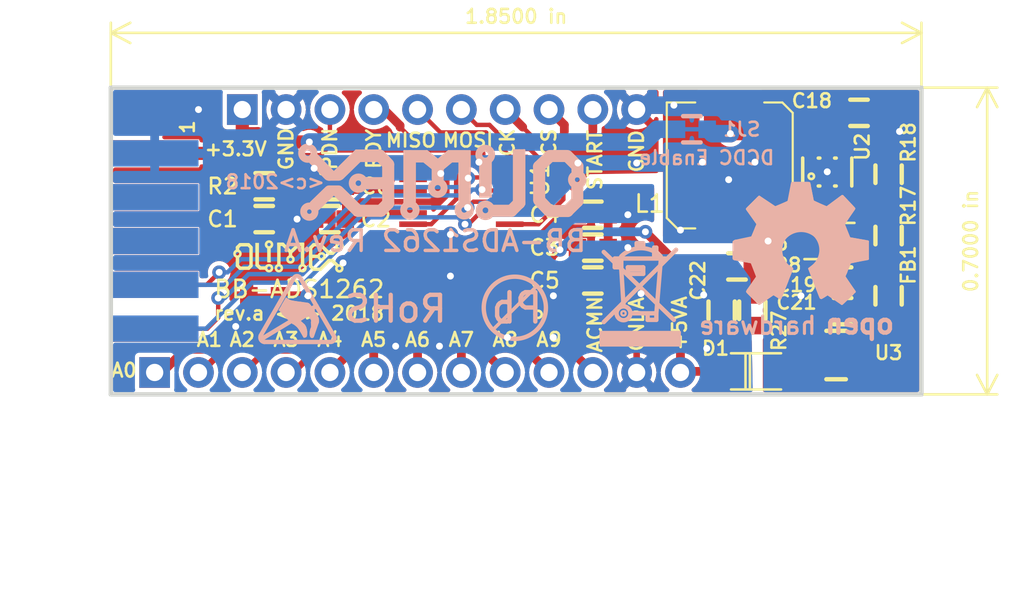
<source format=kicad_pcb>
(kicad_pcb (version 20221018) (generator pcbnew)
  (layers (0 "F.Cu" signal) (31 "B.Cu" signal) (34 "B.Paste" user) (35 "F.Paste" user) (36 "B.SilkS" user "B.Silkscreen") (37 "F.SilkS" user "F.Silkscreen") (38 "B.Mask" user) (39 "F.Mask" user) (44 "Edge.Cuts" user))
  (net 0 "")
  (net 1 "+3.3VD")
  (net 2 "GNDD")
  (net 3 "+5VA")
  (net 4 "Net-(C4-Pad1)")
  (net 5 "GNDA")
  (net 6 "Net-(C5-Pad1)")
  (net 7 "Net-(C5-Pad2)")
  (net 8 "Net-(C6-Pad1)")
  (net 9 "/AINCOM")
  (net 10 "/AIN9")
  (net 11 "/AIN8")
  (net 12 "/AIN6")
  (net 13 "/AIN7")
  (net 14 "/AIN5")
  (net 15 "/AIN4")
  (net 16 "/AIN0")
  (net 17 "/AIN1")
  (net 18 "/AIN2")
  (net 19 "/AIN3")
  (net 20 "/START")
  (net 21 "/CS#")
  (net 22 "/MOSI")
  (net 23 "/SCK")
  (net 24 "/MISO")
  (net 25 "/DRDY#")
  (net 26 "/PWDN#")
  (net 27 "Net-(CON3-Pad4)")
  (net 28 "Net-(U1-Pad16)")
  (net 29 "Net-(C18-Pad1)")
  (net 30 "Net-(C19-Pad1)")
  (net 31 "Net-(C21-Pad1)")
  (net 32 "Net-(CON3-Pad6)")
  (net 33 "Net-(CON3-Pad5)")
  (net 34 "Net-(CON3-Pad3)")
  (net 35 "Net-(D1-Pad2)")
  (net 36 "Net-(D3-Pad2)")
  (net 37 "Net-(R17-Pad2)")
  (net 38 "Net-(R27-Pad2)")
  (net 39 "Net-(U2-Pad6)")
  (footprint "OLIMEX_Other-FP:via_09_07" (layer "F.Cu") (at 74.295 55.499)
    (fp_text reference "Ref**" hide)
    (fp_text value "Val**")
  )
  (footprint "OLIMEX_Other-FP:via_09_07" (layer "F.Cu") (at 74.295 57.912)
    (fp_text reference "Ref**" hide)
    (fp_text value "Val**")
  )
  (footprint "OLIMEX_Other-FP:via_09_07" (layer "F.Cu") (at 77.597 61.468)
    (fp_text reference "Ref**" hide)
    (fp_text value "Val**")
  )
  (footprint "OLIMEX_Other-FP:via_09_07" (layer "F.Cu") (at 80.264 61.468)
    (fp_text reference "Ref**" hide)
    (fp_text value "Val**")
  )
  (footprint "OLIMEX_Other-FP:via_09_07" (layer "F.Cu") (at 68.072 57.15)
    (fp_text reference "Ref**" hide)
    (fp_text value "Val**")
  )
  (footprint "OLIMEX_Other-FP:via_09_07" (layer "F.Cu") (at 66.04 59.055)
    (fp_text reference "Ref**" hide)
    (fp_text value "Val**")
  )
  (footprint "OLIMEX_Other-FP:via_09_07" (layer "F.Cu") (at 61.849 60.833)
    (fp_text reference "Ref**" hide)
    (fp_text value "Val**")
  )
  (footprint "OLIMEX_Other-FP:via_09_07" (layer "F.Cu") (at 75.946 51.308)
    (fp_text reference "Ref**" hide)
    (fp_text value "Val**")
  )
  (footprint "OLIMEX_Other-FP:via_09_07" (layer "F.Cu") (at 65.405 54.61)
    (fp_text reference "Ref**" hide)
    (fp_text value "Val**")
  )
  (footprint "OLIMEX_Other-FP:via_09_07" (layer "F.Cu") (at 73.7362 51.9684)
    (fp_text reference "Ref**" hide)
    (fp_text value "Val**")
  )
  (footprint "OLIMEX_Other-FP:via_09_07" (layer "F.Cu") (at 59.69 48.26)
    (fp_text reference "Ref**" hide)
    (fp_text value "Val**")
  )
  (footprint "OLIMEX_Other-FP:via_09_07" (layer "F.Cu") (at 73.66 61.976)
    (fp_text reference "Ref**" hide)
    (fp_text value "Val**")
  )
  (footprint "OLIMEX_Other-FP:via_09_07" (layer "F.Cu") (at 71.12 61.976)
    (fp_text reference "Ref**" hide)
    (fp_text value "Val**")
  )
  (footprint "OLIMEX_LOGOs-FP:OLIMEX_LOGO_SMALL_TB" (layer "F.Cu") (at 64.897 56.769)
    (fp_text reference "")
    (fp_text value "")
  )
  (footprint "OLIMEX_Other-FP:via_09_07" (layer "F.Cu") (at 66.3956 51.6636)
    (fp_text reference "Ref**" hide)
    (fp_text value "Val**")
  )
  (footprint "OLIMEX_Other-FP:via_09_07" (layer "F.Cu") (at 80.264 59.055)
    (fp_text reference "Ref**" hide)
    (fp_text value "Val**")
  )
  (footprint "OLIMEX_Other-FP:via_09_07" (layer "F.Cu") (at 85.344 58.928)
    (fp_text reference "Ref**" hide)
    (fp_text value "Val**")
  )
  (footprint "OLIMEX_Other-FP:via_09_07" (layer "F.Cu") (at 84.582 56.261)
    (fp_text reference "Ref**" hide)
    (fp_text value "Val**")
  )
  (footprint "OLIMEX_Other-FP:via_09_07" (layer "F.Cu") (at 84.582 54.356)
    (fp_text reference "Ref**" hide)
    (fp_text value "Val**")
  )
  (footprint "OLIMEX_RLC-FP:C_0603_5MIL_DWS" (layer "F.Cu") (at 82.55 56.261)
    (fp_text reference "C3")
    (fp_text value "100nF")
  )
  (footprint "OLIMEX_RLC-FP:C_0603_5MIL_DWS" (layer "F.Cu") (at 82.55 54.356)
    (fp_text reference "C4")
    (fp_text value "1uF")
  )
  (footprint "OLIMEX_RLC-FP:C_0603_5MIL_DWS" (layer "F.Cu") (at 82.55 58.166)
    (fp_text reference "C5")
    (fp_text value "4.7nF")
  )
  (footprint "OLIMEX_RLC-FP:C_0603_5MIL_DWS" (layer "F.Cu") (at 67.31 52.705 180)
    (fp_text reference "C6")
    (fp_text value "1uF")
  )
  (footprint "OLIMEX_RLC-FP:C_0603_5MIL_DWS" (layer "F.Cu") (at 63.5 54.61)
    (fp_text reference "C1")
    (fp_text value "100nF")
  )
  (footprint "OLIMEX_RLC-FP:C_0603_5MIL_DWS" (layer "F.Cu") (at 67.31 54.61 180)
    (fp_text reference "C2")
    (fp_text value "100nF")
  )
  (footprint "OLIMEX_Connectors-FP:HN1x13" (layer "F.Cu") (at 73.66 63.5)
    (fp_text reference "CON1" hide)
    (fp_text value "CON14")
  )
  (footprint "OLIMEX_Connectors-FP:HN1x10" (layer "F.Cu") (at 73.66 48.26)
    (fp_text reference "CON2" hide)
    (fp_text value "CON10")
  )
  (footprint "OLIMEX_Connectors-FP:UEXTF" (layer "F.Cu") (at 52.07 55.88)
    (fp_text reference "CON3" hide)
    (fp_text value "BH10S")
  )
  (footprint "OLIMEX_RLC-FP:R_0603_5MIL_0R(Board_Mounted)" (layer "F.Cu") (at 63.5 59.055 180)
    (fp_text reference "R1" hide)
    (fp_text value "0R")
  )
  (footprint "OLIMEX_RLC-FP:R_0603_5MIL_DWS" (layer "F.Cu") (at 63.5 52.705)
    (fp_text reference "R2")
    (fp_text value "1K")
  )
  (footprint "OLIMEX_IC-FP:TSSOP28-PW" (layer "F.Cu") (at 74.93 55.88 180)
    (fp_text reference "U1")
    (fp_text value "ADS1262")
  )
  (footprint "OLIMEX_Other-FP:Fiducial1x3_transp" (layer "F.Cu") (at 56.769 48.514)
    (fp_text reference "Ref*" hide)
    (fp_text value "Val**" hide)
  )
  (footprint "OLIMEX_Other-FP:via_09_07" (layer "F.Cu") (at 89.154 62.103)
    (fp_text reference "Ref**" hide)
    (fp_text value "Val**")
  )
  (footprint "OLIMEX_RLC-FP:C_0603_5MIL_DWS" (layer "F.Cu") (at 97.9805 48.4505)
    (fp_text reference "C18")
    (fp_text value "22uF/6.3V")
  )
  (footprint "OLIMEX_RLC-FP:C_0603_5MIL_DWS" (layer "F.Cu") (at 97.028 58.166 180)
    (fp_text reference "C19")
    (fp_text value "22uF/10V")
  )
  (footprint "OLIMEX_RLC-FP:C_0603_5MIL_DWS" (layer "F.Cu") (at 97.028 59.944 180)
    (fp_text reference "C21")
    (fp_text value "1uF")
  )
  (footprint "OLIMEX_RLC-FP:C_0603_5MIL_DWS" (layer "F.Cu") (at 90.0176 59.8932 90)
    (fp_text reference "C22")
    (fp_text value "1uF")
  )
  (footprint "OLIMEX_Diodes-FP:SOD-123_KA" (layer "F.Cu") (at 92.0115 63.4365)
    (fp_text reference "D1")
    (fp_text value "1N5819/SS14")
  )
  (footprint "OLIMEX_Diodes-FP:SOD-123_KA" (layer "F.Cu") (at 96.266 55.88 180)
    (fp_text reference "D3")
    (fp_text value "1N5819/SS14")
  )
  (footprint "OLIMEX_RLC-FP:L_0603_5MIL_DWS" (layer "F.Cu") (at 99.695 59.055 -90)
    (fp_text reference "FB1")
    (fp_text value "FB0603")
  )
  (footprint "OLIMEX_RLC-FP:SD73" (layer "F.Cu") (at 90.4875 51.4985)
    (fp_text reference "L1")
    (fp_text value "CL10 10uH SD73" hide)
  )
  (footprint "OLIMEX_RLC-FP:R_0603_5MIL_DWS" (layer "F.Cu") (at 99.695 55.5625 90)
    (fp_text reference "R17")
    (fp_text value "12.1K_1%")
  )
  (footprint "OLIMEX_RLC-FP:R_0603_5MIL_DWS" (layer "F.Cu") (at 99.695 52.0065 90)
    (fp_text reference "R18")
    (fp_text value "1.05K_1%")
  )
  (footprint "OLIMEX_RLC-FP:R_0603_5MIL_DWS" (layer "F.Cu") (at 91.7956 59.8932 90)
    (fp_text reference "R27")
    (fp_text value "5.6K_1%")
  )
  (footprint "OLIMEX_RLC-FP:R_0603_5MIL_DWS" (layer "F.Cu") (at 90.9066 57.3532 180)
    (fp_text reference "R28")
    (fp_text value "1.05K_1%")
  )
  (footprint "OLIMEX_Regulators-FP:SOT23-6" (layer "F.Cu") (at 96.139 51.8795 -90)
    (fp_text reference "U2")
    (fp_text value "MT3608(SOT23-6)")
  )
  (footprint "OLIMEX_Regulators-FP:SOT-23-5" (layer "F.Cu") (at 96.647 62.484)
    (fp_text reference "U3")
    (fp_text value "AP2127K-ADJ")
  )
  (footprint "OLIMEX_Other-FP:via_09_07" (layer "F.Cu") (at 85.09 51.3588)
    (fp_text reference "Ref**" hide)
    (fp_text value "Val**")
  )
  (footprint "OLIMEX_Other-FP:via_09_07" (layer "F.Cu") (at 81.6864 51.3588)
    (fp_text reference "Ref**" hide)
    (fp_text value "Val**")
  )
  (footprint "OLIMEX_Other-FP:via_09_07" (layer "F.Cu") (at 66.1162 50.1396)
    (fp_text reference "Ref**" hide)
    (fp_text value "Val**")
  )
  (footprint "OLIMEX_Other-FP:via_09_07" (layer "F.Cu") (at 88.9762 59.0042)
    (fp_text reference "Ref**" hide)
    (fp_text value "Val**")
  )
  (footprint "OLIMEX_Other-FP:via_09_07" (layer "F.Cu") (at 96.139 51.8668)
    (fp_text reference "Ref**" hide)
    (fp_text value "Val**")
  )
  (footprint "OLIMEX_Other-FP:via_09_07" (layer "F.Cu") (at 88.9 51.308)
    (fp_text reference "Ref**" hide)
    (fp_text value "Val**")
  )
  (footprint "OLIMEX_Other-FP:via_09_07" (layer "F.Cu") (at 91.948 51.308)
    (fp_text reference "Ref**" hide)
    (fp_text value "Val**")
  )
  (footprint "OLIMEX_Other-FP:via_09_07" (layer "F.Cu") (at 90.424 52.324)
    (fp_text reference "Ref**" hide)
    (fp_text value "Val**")
  )
  (footprint "OLIMEX_Other-FP:via_09_07" (layer "F.Cu") (at 100.33 49.53)
    (fp_text reference "Ref**" hide)
    (fp_text value "Val**")
  )
  (footprint "OLIMEX_Other-FP:via_09_07" (layer "F.Cu") (at 94.615 59.055)
    (fp_text reference "Ref**" hide)
    (fp_text value "Val**")
  )
  (footprint "OLIMEX_Other-FP:via_09_07" (layer "F.Cu") (at 92.71 55.88)
    (fp_text reference "Ref**" hide)
    (fp_text value "Val**")
  )
  (footprint "OLIMEX_Other-FP:via_09_07" (layer "F.Cu") (at 87.63 55.245)
    (fp_text reference "Ref**" hide)
    (fp_text value "Val**")
  )
  (footprint "OLIMEX_Other-FP:via_09_07" (layer "F.Cu") (at 87.249 48.006)
    (fp_text reference "Ref**" hide)
    (fp_text value "Val**")
  )
  (footprint "OLIMEX_LOGOs-FP:LOGO_ANTISTATIC_SMALL_4.5mmX2.8mm" (layer "B.Cu") (at 65.405 59.817 180)
    (fp_text reference "Ref**")
    (fp_text value "Val**")
  )
  (footprint "OLIMEX_LOGOs-FP:LOGO_PBFREE" (layer "B.Cu") (at 78.232 59.436)
    (fp_text reference "")
    (fp_text value "")
  )
  (footprint "OLIMEX_LOGOs-FP:LOGO_RECYCLEBIN_1" (layer "B.Cu") (at 87.63 61.976 180)
    (fp_text reference "" hide)
    (fp_text value "" hide)
  )
  (footprint "OLIMEX_LOGOs-FP:OLIMEX_LOGO_TB" (layer "B.Cu") (at 73.66 52.451 180)
    (fp_text reference "" hide)
    (fp_text value "" hide)
  )
  (footprint "OLIMEX_LOGOs-FP:LOGO_OPENHARDWARE_8x8" (layer "B.Cu") (at 94.615 56.515 180)
    (fp_text reference "" hide)
    (fp_text value "" hide)
  )
  (footprint "OLIMEX_RLC-FP:R_0603_5MIL_0R(Board_Mounted)" (layer "B.Cu") (at 88.2904 49.403)
    (fp_text reference "SJ1")
    (fp_text value "SJ_Closed")
  )
  (gr_line (start 54.61 46.99) (end 101.6 46.99) (stroke (width 0.254)) (layer "Edge.Cuts"))
  (gr_line (start 101.6 64.77) (end 54.61 64.77) (stroke (width 0.254)) (layer "Edge.Cuts"))
  (gr_line (start 101.6 46.99) (end 101.6 64.77) (stroke (width 0.254)) (layer "Edge.Cuts"))
  (gr_line (start 54.61 64.77) (end 54.61 46.99) (stroke (width 0.254)) (layer "Edge.Cuts"))
  (gr_text "DCDC Enable" (at 89.154 51.054) (layer "B.SilkS") (effects (font (size 0.8 0.8)) (justify mirror)))
  (gr_text "RoHS" (at 71.12 59.817) (layer "B.SilkS") (effects (font (size 1.5 1.5) (thickness 0.25)) (justify mirror)))
  (gr_text "<c>2018" (at 64.135 52.451) (layer "B.SilkS") (effects (font (size 0.8 0.8)) (justify mirror)))
  (gr_text "BB-ADS1262 Rev.A" (at 73.406 55.88) (layer "B.SilkS") (effects (font (size 1.2 1.2) (thickness 0.2)) (justify mirror)))
  (gr_text "MISO" (at 72.009 50.038) (layer "F.SilkS") (effects (font (size 0.8 0.8))))
  (gr_text "GNDA" (at 85.09 60.706 90) (layer "F.SilkS") (effects (font (size 0.8 0.8))))
  (gr_text "GND" (at 85.09 50.673 90) (layer "F.SilkS") (effects (font (size 0.8 0.8))))
  (gr_text "A6" (at 72.39 61.595) (layer "F.SilkS") (effects (font (size 0.8 0.8))))
  (gr_text "A5" (at 69.85 61.595) (layer "F.SilkS") (effects (font (size 0.8 0.8))))
  (gr_text "rev.a <c> 2018" (at 65.532 60.071) (layer "F.SilkS") (effects (font (size 0.8 0.8))))
  (gr_text "+3.3V" (at 61.849 50.546) (layer "F.SilkS") (effects (font (size 0.8 0.8))))
  (gr_text "ACMN" (at 82.677 60.706 90) (layer "F.SilkS") (effects (font (size 0.8 0.8))))
  (gr_text "+5VA" (at 87.5792 60.6552 90) (layer "F.SilkS") (effects (font (size 0.8 0.8))))
  (gr_text "GND" (at 64.77 50.546 90) (layer "F.SilkS") (effects (font (size 0.8 0.8))))
  (gr_text "A8" (at 77.47 61.595) (layer "F.SilkS") (effects (font (size 0.8 0.8))))
  (gr_text "START" (at 82.677 51.181 90) (layer "F.SilkS") (effects (font (size 0.8 0.8))))
  (gr_text "A4" (at 67.31 61.595) (layer "F.SilkS") (effects (font (size 0.8 0.8))))
  (gr_text "MOSI" (at 75.311 50.038) (layer "F.SilkS") (effects (font (size 0.8 0.8))))
  (gr_text "A2" (at 62.23 61.595) (layer "F.SilkS") (effects (font (size 0.8 0.8))))
  (gr_text "CS" (at 80.01 50.165 90) (layer "F.SilkS") (effects (font (size 0.8 0.8))))
  (gr_text "1" (at 59.055 49.276 90) (layer "F.SilkS") (effects (font (size 0.8 0.8))))
  (gr_text "A7" (at 74.93 61.595) (layer "F.SilkS") (effects (font (size 0.8 0.8))))
  (gr_text "PDN" (at 67.31 50.546 90) (layer "F.SilkS") (effects (font (size 0.8 0.8))))
  (gr_text "BB-ADS1262" (at 65.532 58.674) (layer "F.SilkS") (effects (font (size 1 1))))
  (gr_text "A1" (at 60.325 61.595) (layer "F.SilkS") (effects (font (size 0.8 0.8))))
  (gr_text "A3" (at 64.77 61.595) (layer "F.SilkS") (effects (font (size 0.8 0.8))))
  (gr_text "CK" (at 77.597 50.165 90) (layer "F.SilkS") (effects (font (size 0.8 0.8))))
  (gr_text "RDY" (at 69.85 50.546 90) (layer "F.SilkS") (effects (font (size 0.8 0.8))))
  (gr_text "A0" (at 55.372 63.373) (layer "F.SilkS") (effects (font (size 0.8 0.8))))
  (gr_text "A9" (at 80.01 61.595) (layer "F.SilkS") (effects (font (size 0.8 0.8))))
  (dimension (type aligned) (layer "F.SilkS") (pts (xy 101.6 64.77) (xy 101.6 46.99)) (height 3.81) (gr_text "0.7000 in" (at 104.46 55.88 90) (layer "F.SilkS") (effects (font (size 0.8 0.8) (thickness 0.15)))) (format (prefix "") (suffix "") (units 0) (units_format 1) (precision 4)) (style (thickness 0.15) (arrow_length 1.27) (text_position_mode 0) (extension_height 0.58642) (extension_offset 0) keep_text_aligned))
  (dimension (type aligned) (layer "F.SilkS") (pts (xy 101.6 46.99) (xy 54.61 46.99)) (height 3.175) (gr_text "1.8500 in" (at 78.105 42.865) (layer "F.SilkS") (effects (font (size 0.8 0.8) (thickness 0.15)))) (format (prefix "") (suffix "") (units 0) (units_format 1) (precision 4)) (style (thickness 0.15) (arrow_length 1.27) (text_position_mode 0) (extension_height 0.58642) (extension_offset 0) keep_text_aligned))
  (segment (start 62.611 53.721) (end 62.611 54.61) (width 0.508) (layer "F.Cu") (net 1))
  (segment (start 62.23 49.657) (end 62.23 48.26) (width 0.762) (layer "F.Cu") (net 1))
  (segment (start 68.199 54.61) (end 68.199 53.721) (width 0.381) (layer "F.Cu") (net 1))
  (segment (start 72.13 54.255) (end 69.57 54.255) (width 0.381) (layer "F.Cu") (net 1))
  (segment (start 62.738 53.594) (end 62.611 53.721) (width 0.381) (layer "F.Cu") (net 1))
  (segment (start 61.849 50.038) (end 61.849 50.8) (width 0.762) (layer "F.Cu") (net 1))
  (segment (start 63.600204 50.1396) (end 66.1162 50.1396) (width 0.762) (layer "F.Cu") (net 1))
  (segment (start 62.23 49.657) (end 61.849 50.038) (width 0.762) (layer "F.Cu") (net 1))
  (segment (start 61.849 50.8) (end 62.611 51.562) (width 0.508) (layer "F.Cu") (net 1))
  (segment (start 63.117604 49.657) (end 62.23 49.657) (width 0.762) (layer "F.Cu") (net 1))
  (segment (start 68.072 53.594) (end 62.738 53.594) (width 0.381) (layer "F.Cu") (net 1))
  (segment (start 69.57 54.255) (end 69.215 54.61) (width 0.381) (layer "F.Cu") (net 1))
  (segment (start 62.611 51.562) (end 62.611 52.705) (width 0.508) (layer "F.Cu") (net 1))
  (segment (start 63.600204 50.1396) (end 63.117604 49.657) (width 0.762) (layer "F.Cu") (net 1))
  (segment (start 69.215 54.61) (end 68.199 54.61) (width 0.381) (layer "F.Cu") (net 1))
  (segment (start 68.199 53.721) (end 68.072 53.594) (width 0.381) (layer "F.Cu") (net 1))
  (segment (start 62.611 52.705) (end 62.611 53.721) (width 0.508) (layer "F.Cu") (net 1))
  (segment (start 61.849 50.8) (end 57.15 50.8) (width 0.762) (layer "F.Cu") (net 1))
  (segment (start 86.277706 49.403) (end 85.541106 50.1396) (width 1.016) (layer "B.Cu") (net 1))
  (segment (start 87.249 49.403) (end 86.277706 49.403) (width 1.016) (layer "B.Cu") (net 1))
  (segment (start 85.541106 50.1396) (end 66.1162 50.1396) (width 1.016) (layer "B.Cu") (net 1))
  (segment (start 64.389 54.61) (end 64.389 56.515) (width 0.508) (layer "F.Cu") (net 2))
  (segment (start 73.311 51.655) (end 73.66 52.004) (width 0.381) (layer "F.Cu") (net 2))
  (segment (start 98.8695 51.0794) (end 98.9076 51.1175) (width 0.508) (layer "F.Cu") (net 2))
  (segment (start 98.2218 51.8668) (end 98.2218 51.3207) (width 0.762) (layer "F.Cu") (net 2))
  (segment (start 73.152 53.594) (end 73.141 53.605) (width 0.381) (layer "F.Cu") (net 2))
  (segment (start 98.425 51.1175) (end 98.9076 51.1175) (width 0.762) (layer "F.Cu") (net 2))
  (segment (start 96.139 54.356) (end 96.139 58.166) (width 0.762) (layer "F.Cu") (net 2))
  (segment (start 96.6978 60.5028) (end 96.139 59.944) (width 0.762) (layer "F.Cu") (net 2))
  (segment (start 88.8492 51.3588) (end 88.9 51.308) (width 1.016) (layer "F.Cu") (net 2))
  (segment (start 96.139 51.8668) (end 94.0562 51.8668) (width 0.762) (layer "F.Cu") (net 2))
  (segment (start 97.947 62.484) (end 96.9518 62.484) (width 0.508) (layer "F.Cu") (net 2))
  (segment (start 96.139 53.1796) (end 96.139 51.8668) (width 0.508) (layer "F.Cu") (net 2))
  (segment (start 98.2218 51.3207) (end 98.425 51.1175) (width 0.762) (layer "F.Cu") (net 2))
  (segment (start 72.13 51.655) (end 72.096 51.689) (width 0.381) (layer "F.Cu") (net 2))
  (segment (start 64.389 56.515) (end 64.389 57.531) (width 0.508) (layer "F.Cu") (net 2))
  (segment (start 96.139 51.8668) (end 98.2218 51.8668) (width 0.762) (layer "F.Cu") (net 2))
  (segment (start 98.9076 51.1175) (end 99.695 51.1175) (width 0.762) (layer "F.Cu") (net 2))
  (segment (start 85.344 48.006) (end 85.09 48.26) (width 1.016) (layer "F.Cu") (net 2))
  (segment (start 96.9518 62.484) (end 96.6978 62.23) (width 0.762) (layer "F.Cu") (net 2))
  (segment (start 66.421 52.705) (end 66.421 51.689) (width 0.508) (layer "F.Cu") (net 2))
  (segment (start 64.389 57.531) (end 64.262 57.658) (width 0.508) (layer "F.Cu") (net 2))
  (segment (start 72.096 51.689) (end 66.421 51.689) (width 0.381) (layer "F.Cu") (net 2))
  (segment (start 73.66 52.004) (end 73.66 53.594) (width 0.381) (layer "F.Cu") (net 2))
  (segment (start 73.66 53.594) (end 73.152 53.594) (width 0.381) (layer "F.Cu") (net 2))
  (segment (start 98.8695 48.4505) (end 98.8695 51.0794) (width 0.508) (layer "F.Cu") (net 2))
  (segment (start 72.13 51.655) (end 73.311 51.655) (width 0.381) (layer "F.Cu") (net 2))
  (segment (start 62.992 57.658) (end 62.611 58.039) (width 0.508) (layer "F.Cu") (net 2))
  (segment (start 64.262 57.658) (end 62.992 57.658) (width 0.508) (layer "F.Cu") (net 2))
  (segment (start 73.141 53.605) (end 72.13 53.605) (width 0.381) (layer "F.Cu") (net 2))
  (segment (start 81.6864 51.3588) (end 85.09 51.3588) (width 1.016) (layer "F.Cu") (net 2))
  (segment (start 62.611 58.039) (end 62.611 59.055) (width 0.508) (layer "F.Cu") (net 2))
  (segment (start 96.6978 62.23) (end 96.6978 60.5028) (width 0.762) (layer "F.Cu") (net 2))
  (segment (start 96.139 58.166) (end 96.139 59.944) (width 0.762) (layer "F.Cu") (net 2))
  (segment (start 85.09 51.3588) (end 88.8492 51.3588) (width 1.016) (layer "F.Cu") (net 2))
  (segment (start 87.249 48.006) (end 85.344 48.006) (width 1.016) (layer "F.Cu") (net 2))
  (segment (start 96.139 53.1796) (end 96.139 54.356) (width 0.508) (layer "F.Cu") (net 2))
  (segment (start 64.389 54.61) (end 66.421 54.61) (width 0.508) (layer "F.Cu") (net 2))
  (segment (start 57.15 50.8) (end 62.23 50.8) (width 0.508) (layer "B.Cu") (net 2))
  (segment (start 87.249 48.006) (end 85.344 48.006) (width 1.016) (layer "B.Cu") (net 2))
  (segment (start 85.344 48.006) (end 85.09 48.26) (width 1.016) (layer "B.Cu") (net 2))
  (segment (start 85.09 51.3588) (end 88.8492 51.3588) (width 1.016) (layer "B.Cu") (net 2))
  (segment (start 88.8492 51.3588) (end 88.9 51.308) (width 1.016) (layer "B.Cu") (net 2))
  (segment (start 63.881001 49.148999) (end 64.77 48.26) (width 0.508) (layer "B.Cu") (net 2))
  (segment (start 62.23 50.8) (end 63.881001 49.148999) (width 0.508) (layer "B.Cu") (net 2))
  (segment (start 80.2288 56.8042) (end 80.772 56.261) (width 0.381) (layer "F.Cu") (net 3))
  (segment (start 90.0176 60.7822) (end 87.6554 60.7822) (width 0.508) (layer "F.Cu") (net 3))
  (segment (start 87.63 63.5) (end 87.63 60.8076) (width 0.508) (layer "F.Cu") (net 3))
  (segment (start 80.178 56.855) (end 80.245001 56.787999) (width 0.381) (layer "F.Cu") (net 3))
  (segment (start 80.2288 56.855) (end 80.2288 56.8042) (width 0.381) (layer "F.Cu") (net 3))
  (segment (start 80.245001 56.787999) (end 80.645 56.388) (width 0.381) (layer "F.Cu") (net 3))
  (segment (start 87.6935 63.4365) (end 87.63 63.5) (width 0.508) (layer "F.Cu") (net 3))
  (segment (start 90.3765 63.4365) (end 87.6935 63.4365) (width 0.508) (layer "F.Cu") (net 3))
  (segment (start 77.73 56.855) (end 80.2288 56.855) (width 0.381) (layer "F.Cu") (net 3))
  (segment (start 87.63 57.3786) (end 85.598 55.3466) (width 0.508) (layer "F.Cu") (net 3))
  (segment (start 87.6554 60.7822) (end 87.63 60.8076) (width 0.508) (layer "F.Cu") (net 3))
  (segment (start 87.63 60.8076) (end 87.63 57.3786) (width 0.508) (layer "F.Cu") (net 3))
  (segment (start 77.73 56.855) (end 80.178 56.855) (width 0.381) (layer "F.Cu") (net 3))
  (segment (start 80.772 56.261) (end 81.661 56.261) (width 0.381) (layer "F.Cu") (net 3))
  (segment (start 91.7956 60.7822) (end 90.0176 60.7822) (width 0.508) (layer "F.Cu") (net 3))
  (via (at 85.598 55.3466) (size 0.8) (drill 0.4) (layers "F.Cu" "B.Cu") (net 3))
  (via (at 80.645 56.388) (size 0.8) (drill 0.4) (layers "F.Cu" "B.Cu") (net 3))
  (segment (start 81.6864 55.3466) (end 80.645 56.388) (width 0.508) (layer "B.Cu") (net 3))
  (segment (start 85.598 55.3466) (end 81.6864 55.3466) (width 0.508) (layer "B.Cu") (net 3))
  (segment (start 79.486383 55.555) (end 80.685383 54.356) (width 0.381) (layer "F.Cu") (net 4))
  (segment (start 80.772 54.356) (end 81.661 54.356) (width 0.381) (layer "F.Cu") (net 4))
  (segment (start 80.685383 54.356) (end 80.772 54.356) (width 0.381) (layer "F.Cu") (net 4))
  (segment (start 77.73 55.555) (end 79.486383 55.555) (width 0.381) (layer "F.Cu") (net 4))
  (segment (start 83.439 56.261) (end 84.328 56.261) (width 0.381) (layer "F.Cu") (net 5))
  (segment (start 77.73 56.205) (end 79.658056 56.205) (width 0.381) (layer "F.Cu") (net 5))
  (segment (start 80.500557 55.362499) (end 83.429499 55.362499) (width 0.381) (layer "F.Cu") (net 5))
  (segment (start 90.0176 57.3532) (end 90.0176 59.0042) (width 0.508) (layer "F.Cu") (net 5))
  (segment (start 64.389 59.055) (end 64.389 60.198) (width 0.508) (layer "F.Cu") (net 5))
  (segment (start 85.09 57.023) (end 85.09 63.5) (width 0.381) (layer "F.Cu") (net 5))
  (segment (start 83.429499 55.362499) (end 83.439 55.372) (width 0.381) (layer "F.Cu") (net 5))
  (segment (start 83.439 54.356) (end 83.439 55.352998) (width 0.381) (layer "F.Cu") (net 5))
  (segment (start 79.658056 56.205) (end 80.500557 55.362499) (width 0.381) (layer "F.Cu") (net 5))
  (segment (start 84.328 56.261) (end 85.09 57.023) (width 0.381) (layer "F.Cu") (net 5))
  (segment (start 64.262 60.325) (end 62.357 60.325) (width 0.508) (layer "F.Cu") (net 5))
  (segment (start 64.389 59.055) (end 66.04 59.055) (width 0.508) (layer "F.Cu") (net 5))
  (segment (start 62.357 60.325) (end 61.849 60.833) (width 0.508) (layer "F.Cu") (net 5))
  (segment (start 83.439 55.372) (end 83.439 56.261) (width 0.381) (layer "F.Cu") (net 5))
  (segment (start 64.389 60.198) (end 64.262 60.325) (width 0.508) (layer "F.Cu") (net 5))
  (segment (start 83.439 55.352998) (end 83.429499 55.362499) (width 0.381) (layer "F.Cu") (net 5))
  (segment (start 77.73 58.155) (end 81.65 58.155) (width 0.254) (layer "F.Cu") (net 6))
  (segment (start 81.65 58.155) (end 81.661 58.166) (width 0.254) (layer "F.Cu") (net 6))
  (segment (start 83.365999 57.330999) (end 83.439 57.404) (width 0.254) (layer "F.Cu") (net 7))
  (segment (start 83.439 57.404) (end 83.439 58.166) (width 0.254) (layer "F.Cu") (net 7))
  (segment (start 77.73 57.505) (end 80.717398 57.505) (width 0.254) (layer "F.Cu") (net 7))
  (segment (start 80.717398 57.505) (end 80.891399 57.330999) (width 0.254) (layer "F.Cu") (net 7))
  (segment (start 80.891399 57.330999) (end 83.365999 57.330999) (width 0.254) (layer "F.Cu") (net 7))
  (segment (start 68.449 52.955) (end 68.199 52.705) (width 0.381) (layer "F.Cu") (net 8))
  (segment (start 72.13 52.955) (end 68.449 52.955) (width 0.381) (layer "F.Cu") (net 8))
  (segment (start 80.772 60.826038) (end 81.041001 61.095039) (width 0.254) (layer "F.Cu") (net 9))
  (segment (start 81.041001 61.095039) (end 81.041001 61.991001) (width 0.254) (layer "F.Cu") (net 9))
  (segment (start 82.55 63.5) (end 81.1784 62.1284) (width 0.508) (layer "F.Cu") (net 9))
  (segment (start 81.041001 61.991001) (end 81.1784 62.1284) (width 0.254) (layer "F.Cu") (net 9))
  (segment (start 78.776067 58.805) (end 80.772 60.800933) (width 0.254) (layer "F.Cu") (net 9))
  (segment (start 77.73 58.805) (end 78.776067 58.805) (width 0.254) (layer "F.Cu") (net 9))
  (segment (start 80.772 60.800933) (end 80.772 60.826038) (width 0.254) (layer "F.Cu") (net 9))
  (segment (start 77.73 59.455) (end 78.784 59.455) (width 0.254) (layer "F.Cu") (net 10))
  (segment (start 80.01 63.5) (end 78.8924 62.3824) (width 0.508) (layer "F.Cu") (net 10))
  (segment (start 78.784 59.455) (end 78.8924 59.5634) (width 0.254) (layer "F.Cu") (net 10))
  (segment (start 78.8924 59.5634) (end 78.8924 62.3824) (width 0.254) (layer "F.Cu") (net 10))
  (segment (start 77.73 60.105) (end 76.676 60.105) (width 0.254) (layer "F.Cu") (net 11))
  (segment (start 77.47 63.5) (end 76.581001 62.611001) (width 0.508) (layer "F.Cu") (net 11))
  (segment (start 76.676 60.105) (end 76.3016 60.4794) (width 0.254) (layer "F.Cu") (net 11))
  (segment (start 76.581001 62.611001) (end 76.3016 62.3316) (width 0.508) (layer "F.Cu") (net 11))
  (segment (start 76.3016 60.4794) (end 76.3016 62.3316) (width 0.254) (layer "F.Cu") (net 11))
  (segment (start 72.39 62.242765) (end 72.39 61.9506) (width 0.508) (layer "F.Cu") (net 12))
  (segment (start 71.002999 60.563599) (end 72.39 61.9506) (width 0.254) (layer "F.Cu") (net 12))
  (segment (start 71.002999 59.528001) (end 71.002999 60.563599) (width 0.254) (layer "F.Cu") (net 12))
  (segment (start 72.39 63.5) (end 72.39 62.242765) (width 0.508) (layer "F.Cu") (net 12))
  (segment (start 72.13 59.455) (end 71.076 59.455) (width 0.254) (layer "F.Cu") (net 12))
  (segment (start 71.076 59.455) (end 71.002999 59.528001) (width 0.254) (layer "F.Cu") (net 12))
  (segment (start 73.184 60.105) (end 74.93 61.851) (width 0.254) (layer "F.Cu") (net 13))
  (segment (start 74.93 63.5) (end 74.93 61.976) (width 0.508) (layer "F.Cu") (net 13))
  (segment (start 72.13 60.105) (end 73.184 60.105) (width 0.254) (layer "F.Cu") (net 13))
  (segment (start 74.93 61.851) (end 74.93 61.976) (width 0.254) (layer "F.Cu") (net 13))
  (segment (start 71.076 58.805) (end 69.85 60.031) (width 0.254) (layer "F.Cu") (net 14))
  (segment (start 69.85 63.5) (end 69.85 61.8998) (width 0.508) (layer "F.Cu") (net 14))
  (segment (start 69.85 60.031) (end 69.85 61.8998) (width 0.254) (layer "F.Cu") (net 14))
  (segment (start 72.13 58.805) (end 71.076 58.805) (width 0.254) (layer "F.Cu") (net 14))
  (segment (start 72.13 58.155) (end 71.083934 58.155) (width 0.254) (layer "F.Cu") (net 15))
  (segment (start 71.083934 58.155) (end 68.7578 60.481134) (width 0.254) (layer "F.Cu") (net 15))
  (segment (start 67.31 63.5) (end 68.7578 62.0522) (width 0.508) (layer "F.Cu") (net 15))
  (segment (start 68.7578 60.481134) (end 68.7578 62.0522) (width 0.254) (layer "F.Cu") (net 15))
  (segment (start 63.893319 61.357381) (end 63.088484 61.357382) (width 0.254) (layer "F.Cu") (net 16))
  (segment (start 65.255022 61.375978) (end 63.911916 61.375978) (width 0.254) (layer "F.Cu") (net 16))
  (segment (start 60.825933 61.722) (end 60.263934 62.283999) (width 0.254) (layer "F.Cu") (net 16))
  (segment (start 60.263934 62.283999) (end 58.797801 62.283999) (width 0.254) (layer "F.Cu") (net 16))
  (segment (start 71.076 55.555) (end 65.255022 61.375978) (width 0.254) (layer "F.Cu") (net 16))
  (segment (start 72.13 55.555) (end 71.076 55.555) (width 0.254) (layer "F.Cu") (net 16))
  (segment (start 57.15 63.5) (end 57.5818 63.5) (width 0.508) (layer "F.Cu") (net 16))
  (segment (start 57.5818 63.5) (end 58.792799 62.289001) (width 0.508) (layer "F.Cu") (net 16))
  (segment (start 58.797801 62.283999) (end 58.797801 62.289001) (width 0.254) (layer "F.Cu") (net 16))
  (segment (start 58.792799 62.289001) (end 58.797801 62.289001) (width 0.508) (layer "F.Cu") (net 16))
  (segment (start 63.088484 61.357382) (end 62.723866 61.722) (width 0.254) (layer "F.Cu") (net 16))
  (segment (start 63.911916 61.375978) (end 63.893319 61.357381) (width 0.254) (layer "F.Cu") (net 16))
  (segment (start 62.723866 61.722) (end 60.825933 61.722) (width 0.254) (layer "F.Cu") (net 16))
  (segment (start 59.69 63.5) (end 59.820199 63.5) (width 0.381) (layer "F.Cu") (net 17))
  (segment (start 59.820199 63.5) (end 60.9727 62.347499) (width 0.381) (layer "F.Cu") (net 17))
  (segment (start 71.076 56.205) (end 65.451011 61.829989) (width 0.254) (layer "F.Cu") (net 17))
  (segment (start 60.9727 62.347499) (end 61.2648 62.347499) (width 0.381) (layer "F.Cu") (net 17))
  (segment (start 63.705262 61.811392) (end 63.276542 61.811392) (width 0.254) (layer "F.Cu") (net 17))
  (segment (start 63.276542 61.811392) (end 62.911923 62.176011) (width 0.254) (layer "F.Cu") (net 17))
  (segment (start 63.723859 61.829989) (end 63.705262 61.811392) (width 0.254) (layer "F.Cu") (net 17))
  (segment (start 61.2648 62.347499) (end 60.906001 62.283999) (width 0.254) (layer "F.Cu") (net 17))
  (segment (start 72.13 56.205) (end 71.076 56.205) (width 0.254) (layer "F.Cu") (net 17))
  (segment (start 62.911923 62.176011) (end 61.436288 62.176011) (width 0.254) (layer "F.Cu") (net 17))
  (segment (start 61.436288 62.176011) (end 61.2648 62.347499) (width 0.254) (layer "F.Cu") (net 17))
  (segment (start 65.451011 61.829989) (end 63.723859 61.829989) (width 0.254) (layer "F.Cu") (net 17))
  (segment (start 62.319803 63.5) (end 63.446001 62.373801) (width 0.381) (layer "F.Cu") (net 18))
  (segment (start 65.647001 62.283999) (end 63.535803 62.283999) (width 0.254) (layer "F.Cu") (net 18))
  (segment (start 62.23 63.5) (end 62.319803 63.5) (width 0.381) (layer "F.Cu") (net 18))
  (segment (start 71.076 56.855) (end 65.647001 62.283999) (width 0.254) (layer "F.Cu") (net 18))
  (segment (start 63.535803 62.283999) (end 63.490902 62.3289) (width 0.254) (layer "F.Cu") (net 18))
  (segment (start 63.446001 62.373801) (end 63.490902 62.3289) (width 0.381) (layer "F.Cu") (net 18))
  (segment (start 63.490902 62.3289) (end 63.446001 62.283999) (width 0.254) (layer "F.Cu") (net 18))
  (segment (start 72.13 56.855) (end 71.076 56.855) (width 0.254) (layer "F.Cu") (net 18))
  (segment (start 71.076 57.505) (end 66.7004 61.8806) (width 0.254) (layer "F.Cu") (net 19))
  (segment (start 64.77 63.5) (end 65.1764 63.5) (width 0.381) (layer "F.Cu") (net 19))
  (segment (start 65.1764 63.5) (end 66.7004 61.976) (width 0.381) (layer "F.Cu") (net 19))
  (segment (start 66.7004 61.8806) (end 66.7004 61.976) (width 0.254) (layer "F.Cu") (net 19))
  (segment (start 72.13 57.505) (end 71.076 57.505) (width 0.254) (layer "F.Cu") (net 19))
  (segment (start 81.978425 50.08881) (end 82.55 49.517235) (width 0.254) (layer "F.Cu") (net 20))
  (segment (start 79.404513 54.905) (end 80.842513 53.467) (width 0.254) (layer "F.Cu") (net 20))
  (segment (start 80.842513 53.467) (end 80.842513 50.31067) (width 0.254) (layer "F.Cu") (net 20))
  (segment (start 77.73 54.905) (end 79.404513 54.905) (width 0.254) (layer "F.Cu") (net 20))
  (segment (start 81.064373 50.08881) (end 81.978425 50.08881) (width 0.254) (layer "F.Cu") (net 20))
  (segment (start 80.842513 50.31067) (end 81.064373 50.08881) (width 0.254) (layer "F.Cu") (net 20))
  (segment (start 82.55 48.26) (end 82.55 49.517235) (width 0.508) (layer "F.Cu") (net 20))
  (segment (start 77.73 54.255) (end 79.222 54.255) (width 0.254) (layer "F.Cu") (net 21))
  (segment (start 77.73 54.255) (end 75.994038 54.255) (width 0.254) (layer "F.Cu") (net 21))
  (segment (start 80.391 53.086) (end 80.391 50.037999) (width 0.254) (layer "F.Cu") (net 21))
  (segment (start 75.994038 54.255) (end 75.34249 54.906548) (width 0.254) (layer "F.Cu") (net 21))
  (segment (start 75.34249 54.906548) (end 75.140641 54.906548) (width 0.254) (layer "F.Cu") (net 21))
  (segment (start 79.222 54.255) (end 80.391 53.086) (width 0.254) (layer "F.Cu") (net 21))
  (segment (start 80.391 50.037999) (end 80.898999 49.53) (width 0.254) (layer "F.Cu") (net 21))
  (segment (start 80.898999 49.148999) (end 80.898999 49.53) (width 0.508) (layer "F.Cu") (net 21))
  (segment (start 80.01 48.26) (end 80.898999 49.148999) (width 0.508) (layer "F.Cu") (net 21))
  (via (at 75.140641 54.906548) (size 0.8) (drill 0.4) (layers "F.Cu" "B.Cu") (net 21))
  (segment (start 62.797962 58.293) (end 65.840016 58.293) (width 0.254) (layer "B.Cu") (net 21))
  (segment (start 65.840016 58.293) (end 69.626467 54.506549) (width 0.254) (layer "B.Cu") (net 21))
  (segment (start 69.626467 54.506549) (end 74.740642 54.506549) (width 0.254) (layer "B.Cu") (net 21))
  (segment (start 60.130962 60.96) (end 62.797962 58.293) (width 0.254) (layer "B.Cu") (net 21))
  (segment (start 74.740642 54.506549) (end 75.140641 54.906548) (width 0.254) (layer "B.Cu") (net 21))
  (segment (start 57.15 60.96) (end 60.130962 60.96) (width 0.254) (layer "B.Cu") (net 21))
  (segment (start 76.181701 52.955) (end 76.126901 52.9002) (width 0.254) (layer "F.Cu") (net 22))
  (segment (start 75.818999 49.148999) (end 76.559317 49.148999) (width 0.254) (layer "F.Cu") (net 22))
  (segment (start 74.93 48.26) (end 75.818999 49.148999) (width 0.254) (layer "F.Cu") (net 22))
  (segment (start 77.73 52.955) (end 76.181701 52.955) (width 0.254) (layer "F.Cu") (net 22))
  (segment (start 78.891796 50.546) (end 79.451189 51.105393) (width 0.254) (layer "F.Cu") (net 22))
  (segment (start 78.784 52.955) (end 77.73 52.955) (width 0.254) (layer "F.Cu") (net 22))
  (segment (start 76.559317 49.148999) (end 77.956318 50.546) (width 0.254) (layer "F.Cu") (net 22))
  (segment (start 77.956318 50.546) (end 78.891796 50.546) (width 0.254) (layer "F.Cu") (net 22))
  (segment (start 79.451189 51.105393) (end 79.451189 52.287811) (width 0.254) (layer "F.Cu") (net 22))
  (segment (start 79.451189 52.287811) (end 78.784 52.955) (width 0.254) (layer "F.Cu") (net 22))
  (via (at 76.126901 52.9002) (size 0.8) (drill 0.4) (layers "F.Cu" "B.Cu") (net 22))
  (segment (start 62.346685 57.368192) (end 61.294877 58.42) (width 0.254) (layer "B.Cu") (net 22))
  (segment (start 75.561216 52.9002) (end 75.223016 53.2384) (width 0.254) (layer "B.Cu") (net 22))
  (segment (start 76.126901 52.9002) (end 75.561216 52.9002) (width 0.254) (layer "B.Cu") (net 22))
  (segment (start 61.294877 58.42) (end 57.15 58.42) (width 0.254) (layer "B.Cu") (net 22))
  (segment (start 69.673272 53.2384) (end 65.54348 57.368192) (width 0.254) (layer "B.Cu") (net 22))
  (segment (start 65.54348 57.368192) (end 62.346685 57.368192) (width 0.254) (layer "B.Cu") (net 22))
  (segment (start 75.223016 53.2384) (end 69.673272 53.2384) (width 0.254) (layer "B.Cu") (net 22))
  (segment (start 77.73 53.605) (end 75.62433 53.605) (width 0.254) (layer "F.Cu") (net 23))
  (segment (start 79.121 49.911) (end 78.486 49.276) (width 0.254) (layer "F.Cu") (net 23))
  (segment (start 60.198 60.96) (end 57.15 60.96) (width 0.254) (layer "F.Cu") (net 23))
  (segment (start 79.117068 53.605) (end 79.883 52.839068) (width 0.254) (layer "F.Cu") (net 23))
  (segment (start 79.883 50.673) (end 79.121 49.911) (width 0.254) (layer "F.Cu") (net 23))
  (segment (start 79.883 52.839068) (end 79.883 50.673) (width 0.254) (layer "F.Cu") (net 23))
  (segment (start 75.62433 53.605) (end 75.289237 53.940093) (width 0.254) (layer "F.Cu") (net 23))
  (segment (start 60.833 59.182) (end 60.833 60.325) (width 0.254) (layer "F.Cu") (net 23))
  (segment (start 77.73 53.605) (end 79.117068 53.605) (width 0.254) (layer "F.Cu") (net 23))
  (segment (start 77.47 48.26) (end 78.486 49.276) (width 0.508) (layer "F.Cu") (net 23))
  (segment (start 60.833 60.325) (end 60.198 60.96) (width 0.254) (layer "F.Cu") (net 23))
  (via (at 75.289237 53.940093) (size 0.8) (drill 0.4) (layers "F.Cu" "B.Cu") (net 23))
  (via (at 60.833 59.182) (size 0.8) (drill 0.4) (layers "F.Cu" "B.Cu") (net 23))
  (segment (start 62.595997 57.800003) (end 65.722341 57.800003) (width 0.254) (layer "B.Cu") (net 23))
  (segment (start 61.214 59.182) (end 62.595997 57.800003) (width 0.254) (layer "B.Cu") (net 23))
  (segment (start 65.722341 57.800003) (end 69.582251 53.940093) (width 0.254) (layer "B.Cu") (net 23))
  (segment (start 74.723552 53.940093) (end 75.289237 53.940093) (width 0.254) (layer "B.Cu") (net 23))
  (segment (start 69.582251 53.940093) (end 74.723552 53.940093) (width 0.254) (layer "B.Cu") (net 23))
  (segment (start 60.833 59.182) (end 61.214 59.182) (width 0.254) (layer "B.Cu") (net 23))
  (segment (start 72.39 48.26) (end 73.715989 49.585989) (width 0.254) (layer "F.Cu") (net 24))
  (segment (start 73.715989 49.585989) (end 76.35424 49.58599) (width 0.254) (layer "F.Cu") (net 24))
  (segment (start 77.73 52.305) (end 78.78 52.305) (width 0.25) (layer "F.Cu") (net 24))
  (segment (start 78.78 52.305) (end 79.021378 52.063622) (width 0.25) (layer "F.Cu") (net 24))
  (segment (start 60.166262 58.42) (end 60.490198 58.096064) (width 0.254) (layer "F.Cu") (net 24))
  (segment (start 79.021378 52.063622) (end 79.021378 51.286253) (width 0.25) (layer "F.Cu") (net 24))
  (segment (start 79.021378 51.286253) (end 78.74 51.004875) (width 0.25) (layer "F.Cu") (net 24))
  (segment (start 76.574807 52.305) (end 76.465206 52.195399) (width 0.254) (layer "F.Cu") (net 24))
  (segment (start 77.73 52.305) (end 76.574807 52.305) (width 0.254) (layer "F.Cu") (net 24))
  (segment (start 77.773125 51.004875) (end 78.74 51.004875) (width 0.254) (layer "F.Cu") (net 24))
  (segment (start 75.368999 52.195399) (end 75.329989 52.234409) (width 0.254) (layer "F.Cu") (net 24))
  (segment (start 76.35424 49.58599) (end 77.773125 51.004875) (width 0.254) (layer "F.Cu") (net 24))
  (segment (start 76.465206 52.195399) (end 75.368999 52.195399) (width 0.254) (layer "F.Cu") (net 24))
  (segment (start 57.15 58.42) (end 60.166262 58.42) (width 0.254) (layer "F.Cu") (net 24))
  (segment (start 60.490198 58.096064) (end 60.890197 57.696065) (width 0.254) (layer "F.Cu") (net 24))
  (via (at 60.890197 57.696065) (size 0.8) (drill 0.4) (layers "F.Cu" "B.Cu") (net 24))
  (via (at 75.329989 52.234409) (size 0.8) (drill 0.4) (layers "F.Cu" "B.Cu") (net 24))
  (segment (start 74.065906 52.7558) (end 69.5452 52.7558) (width 0.254) (layer "B.Cu") (net 24))
  (segment (start 69.5452 52.7558) (end 65.364619 56.936381) (width 0.254) (layer "B.Cu") (net 24))
  (segment (start 61.376744 57.696065) (end 60.890197 57.696065) (width 0.254) (layer "B.Cu") (net 24))
  (segment (start 62.136428 56.936381) (end 61.376744 57.696065) (width 0.254) (layer "B.Cu") (net 24))
  (segment (start 65.364619 56.936381) (end 62.136428 56.936381) (width 0.254) (layer "B.Cu") (net 24))
  (segment (start 74.808598 52.7558) (end 74.065906 52.7558) (width 0.254) (layer "B.Cu") (net 24))
  (segment (start 75.329989 52.234409) (end 74.808598 52.7558) (width 0.254) (layer "B.Cu") (net 24))
  (segment (start 71.374 49.185982) (end 71.374 49.276) (width 0.508) (layer "F.Cu") (net 25))
  (segment (start 76.167012 50.038) (end 76.708 50.578988) (width 0.25) (layer "F.Cu") (net 25))
  (segment (start 76.708 50.578988) (end 76.708 51.562) (width 0.25) (layer "F.Cu") (net 25))
  (segment (start 72.136 50.038) (end 76.167012 50.038) (width 0.25) (layer "F.Cu") (net 25))
  (segment (start 76.708 51.562) (end 76.801 51.655) (width 0.25) (layer "F.Cu") (net 25))
  (segment (start 69.85 48.26) (end 70.448018 48.26) (width 0.508) (layer "F.Cu") (net 25))
  (segment (start 71.374 49.276) (end 72.136 50.038) (width 0.25) (layer "F.Cu") (net 25))
  (segment (start 70.448018 48.26) (end 71.374 49.185982) (width 0.508) (layer "F.Cu") (net 25))
  (segment (start 76.801 51.655) (end 77.73 51.655) (width 0.25) (layer "F.Cu") (net 25))
  (segment (start 74.625189 53.463811) (end 73.184 54.905) (width 0.254) (layer "F.Cu") (net 26))
  (segment (start 74.14989 51.13749) (end 74.625189 51.612789) (width 0.254) (layer "F.Cu") (net 26))
  (segment (start 74.625189 51.612789) (end 74.625189 53.463811) (width 0.254) (layer "F.Cu") (net 26))
  (segment (start 67.31 50.356704) (end 66.757905 50.908799) (width 0.254) (layer "F.Cu") (net 26))
  (segment (start 65.278 50.9016) (end 66.750706 50.9016) (width 0.254) (layer "F.Cu") (net 26))
  (segment (start 67.31 48.26) (end 67.31 50.356704) (width 0.254) (layer "F.Cu") (net 26))
  (segment (start 66.757905 50.908799) (end 66.986596 51.13749) (width 0.254) (layer "F.Cu") (net 26))
  (segment (start 64.389 52.705) (end 64.389 51.7906) (width 0.254) (layer "F.Cu") (net 26))
  (segment (start 73.184 54.905) (end 72.13 54.905) (width 0.254) (layer "F.Cu") (net 26))
  (segment (start 66.986596 51.13749) (end 74.14989 51.13749) (width 0.254) (layer "F.Cu") (net 26))
  (segment (start 66.750706 50.9016) (end 66.757905 50.908799) (width 0.254) (layer "F.Cu") (net 26))
  (segment (start 64.389 51.7906) (end 65.278 50.9016) (width 0.254) (layer "F.Cu") (net 26))
  (segment (start 90.5256 49.657) (end 94.370541 49.657) (width 0.762) (layer "F.Cu") (net 29))
  (segment (start 90.4875 48.2985) (end 90.4875 49.6189) (width 1.016) (layer "F.Cu") (net 29))
  (segment (start 90.4875 49.6189) (end 90.5256 49.657) (width 1.016) (layer "F.Cu") (net 29))
  (segment (start 97.089 50.5794) (end 97.089 48.453) (width 0.508) (layer "F.Cu") (net 29))
  (segment (start 95.577041 48.4505) (end 96.139 48.4505) (width 0.762) (layer "F.Cu") (net 29))
  (segment (start 96.139 48.4505) (end 97.0915 48.4505) (width 0.762) (layer "F.Cu") (net 29))
  (segment (start 94.370541 49.657) (end 95.577041 48.4505) (width 0.762) (layer "F.Cu") (net 29))
  (segment (start 96.139 50.5794) (end 96.139 49.4714) (width 0.508) (layer "F.Cu") (net 29))
  (segment (start 97.089 48.453) (end 97.0915 48.4505) (width 0.508) (layer "F.Cu") (net 29))
  (segment (start 96.139 49.4714) (end 96.139 48.4505) (width 0.508) (layer "F.Cu") (net 29))
  (via (at 90.5256 49.657) (size 0.8) (drill 0.4) (layers "F.Cu" "B.Cu") (net 29))
  (segment (start 90.5256 49.657) (end 89.484201 49.657) (width 1.016) (layer "B.Cu") (net 29))
  (segment (start 89.484201 49.657) (end 89.230201 49.403) (width 1.016) (layer "B.Cu") (net 29))
  (segment (start 98.4725 56.4515) (end 97.901 55.88) (width 0.762) (layer "F.Cu") (net 30))
  (segment (start 99.695 56.4515) (end 99.695 58.166) (width 0.762) (layer "F.Cu") (net 30))
  (segment (start 97.917 58.166) (end 99.695 58.166) (width 0.762) (layer "F.Cu") (net 30))
  (segment (start 99.695 56.4515) (end 98.4725 56.4515) (width 0.762) (layer "F.Cu") (net 30))
  (segment (start 99.055 63.434) (end 99.3394 63.1496) (width 0.508) (layer "F.Cu") (net 31))
  (segment (start 99.1768 61.534) (end 97.947 61.534) (width 0.508) (layer "F.Cu") (net 31))
  (segment (start 99.3394 61.6966) (end 99.3394 62.611) (width 0.762) (layer "F.Cu") (net 31))
  (segment (start 98.8822 61.2394) (end 99.1768 61.534) (width 0.762) (layer "F.Cu") (net 31))
  (segment (start 98.8822 59.944) (end 99.695 59.944) (width 0.762) (layer "F.Cu") (net 31))
  (segment (start 99.3394 62.611) (end 99.3394 63.1496) (width 0.762) (layer "F.Cu") (net 31))
  (segment (start 99.3394 61.6966) (end 99.1768 61.534) (width 0.508) (layer "F.Cu") (net 31))
  (segment (start 97.917 59.944) (end 98.8822 59.944) (width 0.762) (layer "F.Cu") (net 31))
  (segment (start 97.947 63.434) (end 99.055 63.434) (width 0.508) (layer "F.Cu") (net 31))
  (segment (start 98.8822 59.944) (end 98.8822 61.2394) (width 0.762) (layer "F.Cu") (net 31))
  (segment (start 93.649 63.434) (end 93.6465 63.4365) (width 0.508) (layer "F.Cu") (net 35))
  (segment (start 95.347 63.434) (end 93.649 63.434) (width 0.508) (layer "F.Cu") (net 35))
  (segment (start 95.189 54.5416) (end 95.0321 54.6985) (width 0.762) (layer "F.Cu") (net 36))
  (segment (start 95.189 53.1796) (end 95.189 54.5416) (width 0.762) (layer "F.Cu") (net 36))
  (segment (start 94.631 54.852072) (end 94.631 55.88) (width 0.762) (layer "F.Cu") (net 36))
  (segment (start 95.0321 54.6985) (end 94.477428 54.6985) (width 0.762) (layer "F.Cu") (net 36))
  (segment (start 90.4875 54.6985) (end 94.477428 54.6985) (width 0.762) (layer "F.Cu") (net 36))
  (segment (start 94.477428 54.6985) (end 94.631 54.852072) (width 0.762) (layer "F.Cu") (net 36))
  (segment (start 97.7011 54.6735) (end 99.695 54.6735) (width 0.508) (layer "F.Cu") (net 37))
  (segment (start 99.695 52.8955) (end 99.695 54.6735) (width 0.508) (layer "F.Cu") (net 37))
  (segment (start 97.089 53.1796) (end 97.089 54.0614) (width 0.508) (layer "F.Cu") (net 37))
  (segment (start 97.089 54.0614) (end 97.7011 54.6735) (width 0.508) (layer "F.Cu") (net 37))
  (segment (start 94.239 61.534) (end 93.503295 60.798295) (width 0.508) (layer "F.Cu") (net 38))
  (segment (start 93.503295 60.798295) (end 93.503295 59.425057) (width 0.508) (layer "F.Cu") (net 38))
  (segment (start 91.7956 57.3532) (end 91.7956 59.0042) (width 0.508) (layer "F.Cu") (net 38))
  (segment (start 93.503295 59.425057) (end 93.082438 59.0042) (width 0.508) (layer "F.Cu") (net 38))
  (segment (start 93.082438 59.0042) (end 91.7956 59.0042) (width 0.508) (layer "F.Cu") (net 38))
  (segment (start 95.347 61.534) (end 94.239 61.534) (width 0.508) (layer "F.Cu") (net 38))
  (zone (net 2) (net_name "GNDD") (layer "F.Cu") (connect_pads (clearance 0.254)) (min_thickness 0.254) (fill yes (thermal_gap 0.508) (thermal_bridge_width 0.508))
    (polygon (pts (xy 86.614 46.99) (xy 86.614 55.9816) (xy 89.1032 55.9816) (xy 91.1606 56.134) (xy 92.4052 57.785) (xy 92.4052 60.8838) (xy 92.4052 64.7954) (xy 101.5746 64.7954) (xy 101.5492 46.99)))
  )
  (zone (net 2) (net_name "GNDD") (layer "F.Cu") (connect_pads (clearance 0.254)) (min_thickness 0.254) (fill yes (thermal_gap 0.254) (thermal_bridge_width 0.508))
    (polygon (pts (xy 86.36 47.117) (xy 86.36 51.943) (xy 82.3595 52.0065) (xy 79.6925 54.6735) (xy 69.6595 54.6735) (xy 64.7065 58.2295) (xy 62.8015 58.2295) (xy 61.2775 59.7535) (xy 54.8005 59.7535) (xy 54.6735 47.1805)))
  )
  (zone (net 5) (net_name "GNDA") (layer "F.Cu") (connect_pads (clearance 0.254)) (min_thickness 0.254) (fill yes (thermal_gap 0.254) (thermal_bridge_width 0.508))
    (polygon (pts (xy 91.821 64.897) (xy 91.694 58.166) (xy 90.551 56.769) (xy 86.106 56.769) (xy 86.106 52.705) (xy 82.423 52.705) (xy 79.756 55.372) (xy 69.596 55.372) (xy 65.786 59.182) (xy 63.881 59.182) (xy 63.881 60.198) (xy 61.468 60.198) (xy 54.61 60.198) (xy 54.61 64.897)))
  )
  (zone (net 2) (net_name "GNDD") (layer "B.Cu") (connect_pads (clearance 0.254)) (min_thickness 0.254) (fill yes (thermal_gap 0.254) (thermal_bridge_width 0.508))
    (polygon (pts (xy 86.2965 46.9265) (xy 86.2965 51.7525) (xy 82.296 51.816) (xy 79.629 54.483) (xy 69.596 54.483) (xy 64.643 58.039) (xy 62.738 58.039) (xy 61.214 59.563) (xy 54.737 59.563) (xy 54.61 46.99)))
  )
  (zone (net 2) (net_name "GNDD") (layer "B.Cu") (connect_pads (clearance 0.254)) (min_thickness 0.254) (fill yes (thermal_gap 0.508) (thermal_bridge_width 0.508))
    (polygon (pts (xy 86.6394 46.99) (xy 86.614 56.007) (xy 89.154 56.007) (xy 91.059 56.007) (xy 92.4306 57.785) (xy 92.4306 60.8838) (xy 92.4306 64.7954) (xy 101.6 64.7954) (xy 101.5746 46.99)))
  )
  (zone (net 5) (net_name "GNDA") (layer "B.Cu") (connect_pads (clearance 0.254)) (min_thickness 0.254) (fill yes (thermal_gap 0.254) (thermal_bridge_width 0.508))
    (polygon (pts (xy 91.821 64.77) (xy 91.694 58.039) (xy 90.678 56.642) (xy 86.106 56.642) (xy 86.106 52.578) (xy 82.423 52.578) (xy 79.756 55.245) (xy 69.596 55.245) (xy 65.786 59.055) (xy 63.881 59.055) (xy 62.484 59.055) (xy 61.468 60.071) (xy 54.61 60.071) (xy 54.61 64.77)))
  )
)
</source>
